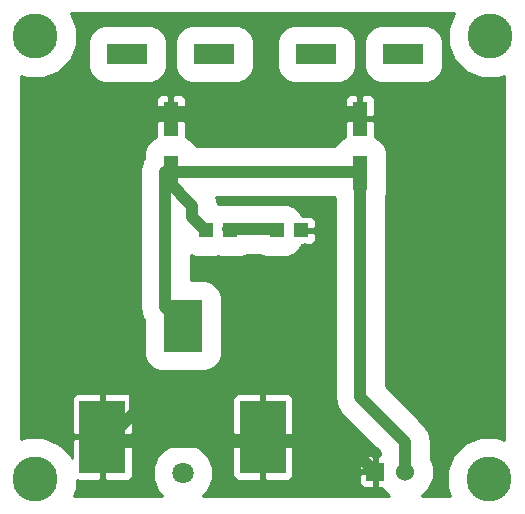
<source format=gtl>
G04 (created by PCBNEW-RS274X (2011-05-25)-stable) date Mon 06 Feb 2012 01:35:09 PM EST*
G01*
G70*
G90*
%MOIN*%
G04 Gerber Fmt 3.4, Leading zero omitted, Abs format*
%FSLAX34Y34*%
G04 APERTURE LIST*
%ADD10C,0.006000*%
%ADD11R,0.047200X0.047200*%
%ADD12R,0.060000X0.060000*%
%ADD13C,0.060000*%
%ADD14R,0.129900X0.173200*%
%ADD15R,0.153500X0.244100*%
%ADD16C,0.070900*%
%ADD17C,0.150000*%
%ADD18R,0.050000X0.115000*%
%ADD19R,0.135000X0.065000*%
%ADD20C,0.035000*%
%ADD21C,0.040000*%
%ADD22C,0.010000*%
G04 APERTURE END LIST*
G54D10*
G54D11*
X-10649Y09086D03*
X-09823Y09086D03*
X-08287Y09086D03*
X-07461Y09086D03*
G54D12*
X-05000Y01031D03*
G54D13*
X-04000Y01031D03*
G54D14*
X-11417Y05905D03*
G54D15*
X-14094Y02205D03*
X-08740Y02205D03*
G54D16*
X-11417Y00984D03*
G54D17*
X-16338Y15551D03*
X-01181Y15551D03*
X-01220Y00805D03*
X-16338Y00787D03*
G54D18*
X-05512Y12810D03*
X-05512Y11010D03*
G54D19*
X-06962Y14960D03*
X-04062Y14960D03*
G54D18*
X-11811Y12810D03*
X-11811Y11010D03*
G54D19*
X-13261Y14960D03*
X-10361Y14960D03*
G54D20*
X-14500Y11531D03*
X-14500Y10531D03*
X-14500Y09531D03*
X-03500Y08031D03*
X-03500Y09031D03*
X-03500Y10031D03*
G54D21*
X-08740Y02205D02*
X-08500Y02031D01*
X-08500Y02031D02*
X-06000Y02031D01*
X-06000Y02031D02*
X-05000Y01031D01*
X-11811Y12810D02*
X-12000Y13031D01*
X-12000Y13031D02*
X-12500Y13031D01*
X-12500Y13031D02*
X-13000Y12531D01*
X-13000Y12531D02*
X-12992Y09480D01*
X-12992Y09480D02*
X-13000Y08299D01*
X-13000Y08299D02*
X-13000Y03031D01*
X-13000Y03031D02*
X-14000Y02031D01*
X-14000Y02031D02*
X-14094Y02205D01*
X-08740Y02205D02*
X-08500Y02031D01*
X-11811Y12810D02*
X-12000Y13031D01*
X-12000Y13031D02*
X-05500Y13031D01*
X-05500Y13031D02*
X-05512Y12810D01*
X-14094Y02205D02*
X-14000Y02031D01*
X-14000Y02031D02*
X-08500Y02031D01*
X-08500Y02031D02*
X-08740Y02205D01*
X-10649Y09086D02*
X-10700Y09124D01*
X-11879Y11089D02*
X-11811Y11010D01*
X-11879Y10696D02*
X-11879Y11089D01*
X-11093Y09910D02*
X-11879Y10696D01*
X-11093Y09517D02*
X-11093Y09910D01*
X-10700Y09124D02*
X-11093Y09517D01*
X-05512Y11010D02*
X-05500Y11031D01*
X-05500Y11031D02*
X-05500Y03531D01*
X-05500Y03531D02*
X-04000Y02031D01*
X-04000Y02031D02*
X-04000Y01031D01*
X-05512Y11010D02*
X-05500Y11031D01*
X-11811Y11010D02*
X-12000Y11031D01*
X-12000Y11031D02*
X-05500Y11031D01*
X-05500Y11031D02*
X-05512Y11010D01*
X-11811Y11010D02*
X-12000Y11031D01*
X-12000Y11031D02*
X-12000Y06531D01*
X-12000Y06531D02*
X-11500Y06031D01*
X-11500Y06031D02*
X-11417Y05905D01*
X-09823Y09086D02*
X-09914Y09124D01*
X-09914Y09124D02*
X-08342Y09124D01*
X-08342Y09124D02*
X-08287Y09086D01*
G54D10*
G36*
X-00710Y02109D02*
X-00940Y02204D01*
X-01497Y02205D01*
X-02012Y01992D01*
X-02406Y01599D01*
X-02619Y01085D01*
X-02620Y00528D01*
X-02502Y00241D01*
X-02738Y00241D01*
X-02738Y14506D01*
X-02738Y14764D01*
X-02738Y15414D01*
X-02837Y15653D01*
X-03019Y15835D01*
X-03258Y15934D01*
X-03516Y15934D01*
X-04866Y15934D01*
X-05105Y15835D01*
X-05287Y15653D01*
X-05386Y15414D01*
X-05386Y15156D01*
X-05386Y14506D01*
X-05287Y14267D01*
X-05105Y14085D01*
X-04866Y13986D01*
X-04608Y13986D01*
X-03258Y13986D01*
X-03019Y14085D01*
X-02837Y14267D01*
X-02738Y14506D01*
X-02738Y00241D01*
X-03447Y00241D01*
X-03195Y00492D01*
X-03050Y00841D01*
X-03050Y01219D01*
X-03150Y01462D01*
X-03150Y02031D01*
X-03215Y02356D01*
X-03399Y02632D01*
X-04650Y03883D01*
X-04650Y10217D01*
X-04613Y10306D01*
X-04613Y10564D01*
X-04613Y11714D01*
X-04712Y11953D01*
X-04894Y12135D01*
X-05013Y12185D01*
X-05013Y12284D01*
X-05012Y12698D01*
X-05012Y12922D01*
X-05013Y13336D01*
X-05013Y13435D01*
X-05051Y13526D01*
X-05121Y13596D01*
X-05213Y13634D01*
X-05400Y13635D01*
X-05462Y13573D01*
X-05462Y12860D01*
X-05074Y12860D01*
X-05012Y12922D01*
X-05012Y12698D01*
X-05074Y12760D01*
X-05412Y12760D01*
X-05462Y12760D01*
X-05562Y12760D01*
X-05562Y12860D01*
X-05562Y13573D01*
X-05624Y13635D01*
X-05638Y13635D01*
X-05638Y14506D01*
X-05638Y14764D01*
X-05638Y15414D01*
X-05737Y15653D01*
X-05919Y15835D01*
X-06158Y15934D01*
X-06416Y15934D01*
X-07766Y15934D01*
X-08005Y15835D01*
X-08187Y15653D01*
X-08286Y15414D01*
X-08286Y15156D01*
X-08286Y14506D01*
X-08187Y14267D01*
X-08005Y14085D01*
X-07766Y13986D01*
X-07508Y13986D01*
X-06158Y13986D01*
X-05919Y14085D01*
X-05737Y14267D01*
X-05638Y14506D01*
X-05638Y13635D01*
X-05811Y13634D01*
X-05903Y13596D01*
X-05973Y13526D01*
X-06011Y13435D01*
X-06011Y13336D01*
X-06012Y12922D01*
X-05950Y12860D01*
X-05562Y12860D01*
X-05562Y12760D01*
X-05612Y12760D01*
X-05950Y12760D01*
X-06012Y12698D01*
X-06011Y12284D01*
X-06011Y12185D01*
X-06130Y12135D01*
X-06312Y11953D01*
X-06342Y11881D01*
X-09037Y11881D01*
X-09037Y14506D01*
X-09037Y14764D01*
X-09037Y15414D01*
X-09136Y15653D01*
X-09318Y15835D01*
X-09557Y15934D01*
X-09815Y15934D01*
X-11165Y15934D01*
X-11404Y15835D01*
X-11586Y15653D01*
X-11685Y15414D01*
X-11685Y15156D01*
X-11685Y14506D01*
X-11586Y14267D01*
X-11404Y14085D01*
X-11165Y13986D01*
X-10907Y13986D01*
X-09557Y13986D01*
X-09318Y14085D01*
X-09136Y14267D01*
X-09037Y14506D01*
X-09037Y11881D01*
X-10982Y11881D01*
X-11011Y11953D01*
X-11193Y12135D01*
X-11312Y12185D01*
X-11312Y12284D01*
X-11311Y12698D01*
X-11311Y12922D01*
X-11312Y13336D01*
X-11312Y13435D01*
X-11350Y13526D01*
X-11420Y13596D01*
X-11512Y13634D01*
X-11699Y13635D01*
X-11761Y13573D01*
X-11761Y12860D01*
X-11373Y12860D01*
X-11311Y12922D01*
X-11311Y12698D01*
X-11373Y12760D01*
X-11711Y12760D01*
X-11761Y12760D01*
X-11861Y12760D01*
X-11861Y12860D01*
X-11861Y13573D01*
X-11923Y13635D01*
X-11937Y13635D01*
X-11937Y14506D01*
X-11937Y14764D01*
X-11937Y15414D01*
X-12036Y15653D01*
X-12218Y15835D01*
X-12457Y15934D01*
X-12715Y15934D01*
X-14065Y15934D01*
X-14304Y15835D01*
X-14486Y15653D01*
X-14585Y15414D01*
X-14585Y15156D01*
X-14585Y14506D01*
X-14486Y14267D01*
X-14304Y14085D01*
X-14065Y13986D01*
X-13807Y13986D01*
X-12457Y13986D01*
X-12218Y14085D01*
X-12036Y14267D01*
X-11937Y14506D01*
X-11937Y13635D01*
X-12110Y13634D01*
X-12202Y13596D01*
X-12272Y13526D01*
X-12310Y13435D01*
X-12310Y13336D01*
X-12311Y12922D01*
X-12249Y12860D01*
X-11861Y12860D01*
X-11861Y12760D01*
X-11911Y12760D01*
X-12249Y12760D01*
X-12311Y12698D01*
X-12310Y12284D01*
X-12310Y12185D01*
X-12429Y12135D01*
X-12611Y11953D01*
X-12710Y11714D01*
X-12710Y11482D01*
X-12745Y11440D01*
X-12760Y11395D01*
X-12785Y11356D01*
X-12809Y11241D01*
X-12845Y11124D01*
X-12841Y11077D01*
X-12850Y11031D01*
X-12850Y06531D01*
X-12785Y06206D01*
X-12715Y06101D01*
X-12715Y04910D01*
X-12616Y04671D01*
X-12434Y04489D01*
X-12195Y04390D01*
X-11937Y04390D01*
X-10639Y04390D01*
X-10400Y04489D01*
X-10218Y04671D01*
X-10119Y04910D01*
X-10119Y05168D01*
X-10119Y06900D01*
X-10218Y07139D01*
X-10400Y07321D01*
X-10639Y07420D01*
X-10897Y07420D01*
X-11150Y07420D01*
X-11150Y08258D01*
X-11014Y08201D01*
X-10756Y08201D01*
X-10284Y08201D01*
X-10236Y08221D01*
X-10188Y08201D01*
X-09930Y08201D01*
X-09458Y08201D01*
X-09282Y08274D01*
X-08829Y08274D01*
X-08652Y08201D01*
X-08394Y08201D01*
X-07922Y08201D01*
X-07683Y08300D01*
X-07501Y08482D01*
X-07453Y08600D01*
X-07361Y08600D01*
X-07361Y08612D01*
X-07349Y08600D01*
X-07176Y08601D01*
X-07084Y08639D01*
X-07014Y08709D01*
X-06976Y08800D01*
X-06976Y08899D01*
X-06975Y08974D01*
X-07037Y09036D01*
X-07361Y09036D01*
X-07402Y09036D01*
X-07402Y09136D01*
X-07361Y09136D01*
X-07037Y09136D01*
X-06975Y09198D01*
X-06976Y09273D01*
X-06976Y09372D01*
X-07014Y09463D01*
X-07084Y09533D01*
X-07176Y09571D01*
X-07349Y09572D01*
X-07361Y09560D01*
X-07361Y09572D01*
X-07453Y09572D01*
X-07501Y09690D01*
X-07683Y09872D01*
X-07922Y09971D01*
X-08180Y09971D01*
X-08327Y09971D01*
X-08342Y09974D01*
X-09911Y09974D01*
X-09914Y09974D01*
X-09929Y09971D01*
X-10188Y09971D01*
X-10236Y09952D01*
X-10253Y09958D01*
X-10253Y09959D01*
X-10298Y10181D01*
X-06360Y10181D01*
X-06350Y10159D01*
X-06350Y03531D01*
X-06285Y03206D01*
X-06101Y02930D01*
X-04850Y01679D01*
X-04850Y01581D01*
X-04888Y01581D01*
X-04950Y01519D01*
X-04950Y01221D01*
X-04950Y01131D01*
X-04950Y01081D01*
X-04950Y00981D01*
X-04950Y00931D01*
X-04950Y00843D01*
X-04950Y00543D01*
X-04888Y00481D01*
X-04794Y00482D01*
X-04554Y00241D01*
X-05050Y00241D01*
X-05050Y00543D01*
X-05050Y00981D01*
X-05050Y01081D01*
X-05050Y01519D01*
X-05112Y01581D01*
X-05349Y01580D01*
X-05441Y01542D01*
X-05511Y01472D01*
X-05549Y01381D01*
X-05549Y01282D01*
X-05550Y01143D01*
X-05488Y01081D01*
X-05050Y01081D01*
X-05050Y00981D01*
X-05488Y00981D01*
X-05550Y00919D01*
X-05549Y00780D01*
X-05549Y00681D01*
X-05511Y00590D01*
X-05441Y00520D01*
X-05349Y00482D01*
X-05112Y00481D01*
X-05050Y00543D01*
X-05050Y00241D01*
X-07723Y00241D01*
X-07723Y02093D01*
X-07723Y02317D01*
X-07724Y03376D01*
X-07724Y03475D01*
X-07762Y03566D01*
X-07832Y03636D01*
X-07924Y03674D01*
X-08628Y03675D01*
X-08690Y03613D01*
X-08690Y02255D01*
X-07785Y02255D01*
X-07723Y02317D01*
X-07723Y02093D01*
X-07785Y02155D01*
X-08690Y02155D01*
X-08690Y00797D01*
X-08628Y00735D01*
X-07924Y00736D01*
X-07832Y00774D01*
X-07762Y00844D01*
X-07724Y00935D01*
X-07724Y01034D01*
X-07723Y02093D01*
X-07723Y00241D01*
X-08790Y00241D01*
X-08790Y00797D01*
X-08790Y02155D01*
X-08790Y02255D01*
X-08790Y03613D01*
X-08852Y03675D01*
X-09556Y03674D01*
X-09648Y03636D01*
X-09718Y03566D01*
X-09756Y03475D01*
X-09756Y03376D01*
X-09757Y02317D01*
X-09695Y02255D01*
X-08790Y02255D01*
X-08790Y02155D01*
X-09695Y02155D01*
X-09757Y02093D01*
X-09756Y01034D01*
X-09756Y00935D01*
X-09718Y00844D01*
X-09648Y00774D01*
X-09556Y00736D01*
X-08852Y00735D01*
X-08790Y00797D01*
X-08790Y00241D01*
X-10741Y00241D01*
X-10566Y00415D01*
X-10413Y00784D01*
X-10413Y01183D01*
X-10566Y01552D01*
X-10848Y01835D01*
X-11217Y01988D01*
X-11616Y01988D01*
X-11985Y01835D01*
X-12268Y01553D01*
X-12421Y01184D01*
X-12421Y00785D01*
X-12268Y00416D01*
X-12094Y00241D01*
X-13077Y00241D01*
X-13077Y02093D01*
X-13077Y02317D01*
X-13078Y03376D01*
X-13078Y03475D01*
X-13116Y03566D01*
X-13186Y03636D01*
X-13278Y03674D01*
X-13982Y03675D01*
X-14044Y03613D01*
X-14044Y02255D01*
X-13139Y02255D01*
X-13077Y02317D01*
X-13077Y02093D01*
X-13139Y02155D01*
X-14044Y02155D01*
X-14044Y00797D01*
X-13982Y00735D01*
X-13278Y00736D01*
X-13186Y00774D01*
X-13116Y00844D01*
X-13078Y00935D01*
X-13078Y01034D01*
X-13077Y02093D01*
X-13077Y00241D01*
X-15050Y00241D01*
X-14939Y00507D01*
X-14939Y00748D01*
X-14910Y00736D01*
X-14206Y00735D01*
X-14144Y00797D01*
X-14144Y02155D01*
X-14144Y02255D01*
X-14144Y03613D01*
X-14206Y03675D01*
X-14910Y03674D01*
X-15002Y03636D01*
X-15072Y03566D01*
X-15110Y03475D01*
X-15110Y03376D01*
X-15111Y02317D01*
X-15049Y02255D01*
X-14144Y02255D01*
X-14144Y02155D01*
X-15049Y02155D01*
X-15111Y02093D01*
X-15111Y01481D01*
X-15151Y01579D01*
X-15544Y01973D01*
X-16058Y02186D01*
X-16615Y02187D01*
X-16790Y02115D01*
X-16790Y14224D01*
X-16618Y14152D01*
X-16061Y14151D01*
X-15546Y14364D01*
X-15152Y14757D01*
X-14939Y15271D01*
X-14938Y15828D01*
X-15142Y16321D01*
X-02377Y16321D01*
X-02580Y15831D01*
X-02581Y15274D01*
X-02368Y14759D01*
X-01975Y14365D01*
X-01461Y14152D01*
X-00904Y14151D01*
X-00710Y14232D01*
X-00710Y02109D01*
X-00710Y02109D01*
G37*
G54D22*
X-00710Y02109D02*
X-00940Y02204D01*
X-01497Y02205D01*
X-02012Y01992D01*
X-02406Y01599D01*
X-02619Y01085D01*
X-02620Y00528D01*
X-02502Y00241D01*
X-02738Y00241D01*
X-02738Y14506D01*
X-02738Y14764D01*
X-02738Y15414D01*
X-02837Y15653D01*
X-03019Y15835D01*
X-03258Y15934D01*
X-03516Y15934D01*
X-04866Y15934D01*
X-05105Y15835D01*
X-05287Y15653D01*
X-05386Y15414D01*
X-05386Y15156D01*
X-05386Y14506D01*
X-05287Y14267D01*
X-05105Y14085D01*
X-04866Y13986D01*
X-04608Y13986D01*
X-03258Y13986D01*
X-03019Y14085D01*
X-02837Y14267D01*
X-02738Y14506D01*
X-02738Y00241D01*
X-03447Y00241D01*
X-03195Y00492D01*
X-03050Y00841D01*
X-03050Y01219D01*
X-03150Y01462D01*
X-03150Y02031D01*
X-03215Y02356D01*
X-03399Y02632D01*
X-04650Y03883D01*
X-04650Y10217D01*
X-04613Y10306D01*
X-04613Y10564D01*
X-04613Y11714D01*
X-04712Y11953D01*
X-04894Y12135D01*
X-05013Y12185D01*
X-05013Y12284D01*
X-05012Y12698D01*
X-05012Y12922D01*
X-05013Y13336D01*
X-05013Y13435D01*
X-05051Y13526D01*
X-05121Y13596D01*
X-05213Y13634D01*
X-05400Y13635D01*
X-05462Y13573D01*
X-05462Y12860D01*
X-05074Y12860D01*
X-05012Y12922D01*
X-05012Y12698D01*
X-05074Y12760D01*
X-05412Y12760D01*
X-05462Y12760D01*
X-05562Y12760D01*
X-05562Y12860D01*
X-05562Y13573D01*
X-05624Y13635D01*
X-05638Y13635D01*
X-05638Y14506D01*
X-05638Y14764D01*
X-05638Y15414D01*
X-05737Y15653D01*
X-05919Y15835D01*
X-06158Y15934D01*
X-06416Y15934D01*
X-07766Y15934D01*
X-08005Y15835D01*
X-08187Y15653D01*
X-08286Y15414D01*
X-08286Y15156D01*
X-08286Y14506D01*
X-08187Y14267D01*
X-08005Y14085D01*
X-07766Y13986D01*
X-07508Y13986D01*
X-06158Y13986D01*
X-05919Y14085D01*
X-05737Y14267D01*
X-05638Y14506D01*
X-05638Y13635D01*
X-05811Y13634D01*
X-05903Y13596D01*
X-05973Y13526D01*
X-06011Y13435D01*
X-06011Y13336D01*
X-06012Y12922D01*
X-05950Y12860D01*
X-05562Y12860D01*
X-05562Y12760D01*
X-05612Y12760D01*
X-05950Y12760D01*
X-06012Y12698D01*
X-06011Y12284D01*
X-06011Y12185D01*
X-06130Y12135D01*
X-06312Y11953D01*
X-06342Y11881D01*
X-09037Y11881D01*
X-09037Y14506D01*
X-09037Y14764D01*
X-09037Y15414D01*
X-09136Y15653D01*
X-09318Y15835D01*
X-09557Y15934D01*
X-09815Y15934D01*
X-11165Y15934D01*
X-11404Y15835D01*
X-11586Y15653D01*
X-11685Y15414D01*
X-11685Y15156D01*
X-11685Y14506D01*
X-11586Y14267D01*
X-11404Y14085D01*
X-11165Y13986D01*
X-10907Y13986D01*
X-09557Y13986D01*
X-09318Y14085D01*
X-09136Y14267D01*
X-09037Y14506D01*
X-09037Y11881D01*
X-10982Y11881D01*
X-11011Y11953D01*
X-11193Y12135D01*
X-11312Y12185D01*
X-11312Y12284D01*
X-11311Y12698D01*
X-11311Y12922D01*
X-11312Y13336D01*
X-11312Y13435D01*
X-11350Y13526D01*
X-11420Y13596D01*
X-11512Y13634D01*
X-11699Y13635D01*
X-11761Y13573D01*
X-11761Y12860D01*
X-11373Y12860D01*
X-11311Y12922D01*
X-11311Y12698D01*
X-11373Y12760D01*
X-11711Y12760D01*
X-11761Y12760D01*
X-11861Y12760D01*
X-11861Y12860D01*
X-11861Y13573D01*
X-11923Y13635D01*
X-11937Y13635D01*
X-11937Y14506D01*
X-11937Y14764D01*
X-11937Y15414D01*
X-12036Y15653D01*
X-12218Y15835D01*
X-12457Y15934D01*
X-12715Y15934D01*
X-14065Y15934D01*
X-14304Y15835D01*
X-14486Y15653D01*
X-14585Y15414D01*
X-14585Y15156D01*
X-14585Y14506D01*
X-14486Y14267D01*
X-14304Y14085D01*
X-14065Y13986D01*
X-13807Y13986D01*
X-12457Y13986D01*
X-12218Y14085D01*
X-12036Y14267D01*
X-11937Y14506D01*
X-11937Y13635D01*
X-12110Y13634D01*
X-12202Y13596D01*
X-12272Y13526D01*
X-12310Y13435D01*
X-12310Y13336D01*
X-12311Y12922D01*
X-12249Y12860D01*
X-11861Y12860D01*
X-11861Y12760D01*
X-11911Y12760D01*
X-12249Y12760D01*
X-12311Y12698D01*
X-12310Y12284D01*
X-12310Y12185D01*
X-12429Y12135D01*
X-12611Y11953D01*
X-12710Y11714D01*
X-12710Y11482D01*
X-12745Y11440D01*
X-12760Y11395D01*
X-12785Y11356D01*
X-12809Y11241D01*
X-12845Y11124D01*
X-12841Y11077D01*
X-12850Y11031D01*
X-12850Y06531D01*
X-12785Y06206D01*
X-12715Y06101D01*
X-12715Y04910D01*
X-12616Y04671D01*
X-12434Y04489D01*
X-12195Y04390D01*
X-11937Y04390D01*
X-10639Y04390D01*
X-10400Y04489D01*
X-10218Y04671D01*
X-10119Y04910D01*
X-10119Y05168D01*
X-10119Y06900D01*
X-10218Y07139D01*
X-10400Y07321D01*
X-10639Y07420D01*
X-10897Y07420D01*
X-11150Y07420D01*
X-11150Y08258D01*
X-11014Y08201D01*
X-10756Y08201D01*
X-10284Y08201D01*
X-10236Y08221D01*
X-10188Y08201D01*
X-09930Y08201D01*
X-09458Y08201D01*
X-09282Y08274D01*
X-08829Y08274D01*
X-08652Y08201D01*
X-08394Y08201D01*
X-07922Y08201D01*
X-07683Y08300D01*
X-07501Y08482D01*
X-07453Y08600D01*
X-07361Y08600D01*
X-07361Y08612D01*
X-07349Y08600D01*
X-07176Y08601D01*
X-07084Y08639D01*
X-07014Y08709D01*
X-06976Y08800D01*
X-06976Y08899D01*
X-06975Y08974D01*
X-07037Y09036D01*
X-07361Y09036D01*
X-07402Y09036D01*
X-07402Y09136D01*
X-07361Y09136D01*
X-07037Y09136D01*
X-06975Y09198D01*
X-06976Y09273D01*
X-06976Y09372D01*
X-07014Y09463D01*
X-07084Y09533D01*
X-07176Y09571D01*
X-07349Y09572D01*
X-07361Y09560D01*
X-07361Y09572D01*
X-07453Y09572D01*
X-07501Y09690D01*
X-07683Y09872D01*
X-07922Y09971D01*
X-08180Y09971D01*
X-08327Y09971D01*
X-08342Y09974D01*
X-09911Y09974D01*
X-09914Y09974D01*
X-09929Y09971D01*
X-10188Y09971D01*
X-10236Y09952D01*
X-10253Y09958D01*
X-10253Y09959D01*
X-10298Y10181D01*
X-06360Y10181D01*
X-06350Y10159D01*
X-06350Y03531D01*
X-06285Y03206D01*
X-06101Y02930D01*
X-04850Y01679D01*
X-04850Y01581D01*
X-04888Y01581D01*
X-04950Y01519D01*
X-04950Y01221D01*
X-04950Y01131D01*
X-04950Y01081D01*
X-04950Y00981D01*
X-04950Y00931D01*
X-04950Y00843D01*
X-04950Y00543D01*
X-04888Y00481D01*
X-04794Y00482D01*
X-04554Y00241D01*
X-05050Y00241D01*
X-05050Y00543D01*
X-05050Y00981D01*
X-05050Y01081D01*
X-05050Y01519D01*
X-05112Y01581D01*
X-05349Y01580D01*
X-05441Y01542D01*
X-05511Y01472D01*
X-05549Y01381D01*
X-05549Y01282D01*
X-05550Y01143D01*
X-05488Y01081D01*
X-05050Y01081D01*
X-05050Y00981D01*
X-05488Y00981D01*
X-05550Y00919D01*
X-05549Y00780D01*
X-05549Y00681D01*
X-05511Y00590D01*
X-05441Y00520D01*
X-05349Y00482D01*
X-05112Y00481D01*
X-05050Y00543D01*
X-05050Y00241D01*
X-07723Y00241D01*
X-07723Y02093D01*
X-07723Y02317D01*
X-07724Y03376D01*
X-07724Y03475D01*
X-07762Y03566D01*
X-07832Y03636D01*
X-07924Y03674D01*
X-08628Y03675D01*
X-08690Y03613D01*
X-08690Y02255D01*
X-07785Y02255D01*
X-07723Y02317D01*
X-07723Y02093D01*
X-07785Y02155D01*
X-08690Y02155D01*
X-08690Y00797D01*
X-08628Y00735D01*
X-07924Y00736D01*
X-07832Y00774D01*
X-07762Y00844D01*
X-07724Y00935D01*
X-07724Y01034D01*
X-07723Y02093D01*
X-07723Y00241D01*
X-08790Y00241D01*
X-08790Y00797D01*
X-08790Y02155D01*
X-08790Y02255D01*
X-08790Y03613D01*
X-08852Y03675D01*
X-09556Y03674D01*
X-09648Y03636D01*
X-09718Y03566D01*
X-09756Y03475D01*
X-09756Y03376D01*
X-09757Y02317D01*
X-09695Y02255D01*
X-08790Y02255D01*
X-08790Y02155D01*
X-09695Y02155D01*
X-09757Y02093D01*
X-09756Y01034D01*
X-09756Y00935D01*
X-09718Y00844D01*
X-09648Y00774D01*
X-09556Y00736D01*
X-08852Y00735D01*
X-08790Y00797D01*
X-08790Y00241D01*
X-10741Y00241D01*
X-10566Y00415D01*
X-10413Y00784D01*
X-10413Y01183D01*
X-10566Y01552D01*
X-10848Y01835D01*
X-11217Y01988D01*
X-11616Y01988D01*
X-11985Y01835D01*
X-12268Y01553D01*
X-12421Y01184D01*
X-12421Y00785D01*
X-12268Y00416D01*
X-12094Y00241D01*
X-13077Y00241D01*
X-13077Y02093D01*
X-13077Y02317D01*
X-13078Y03376D01*
X-13078Y03475D01*
X-13116Y03566D01*
X-13186Y03636D01*
X-13278Y03674D01*
X-13982Y03675D01*
X-14044Y03613D01*
X-14044Y02255D01*
X-13139Y02255D01*
X-13077Y02317D01*
X-13077Y02093D01*
X-13139Y02155D01*
X-14044Y02155D01*
X-14044Y00797D01*
X-13982Y00735D01*
X-13278Y00736D01*
X-13186Y00774D01*
X-13116Y00844D01*
X-13078Y00935D01*
X-13078Y01034D01*
X-13077Y02093D01*
X-13077Y00241D01*
X-15050Y00241D01*
X-14939Y00507D01*
X-14939Y00748D01*
X-14910Y00736D01*
X-14206Y00735D01*
X-14144Y00797D01*
X-14144Y02155D01*
X-14144Y02255D01*
X-14144Y03613D01*
X-14206Y03675D01*
X-14910Y03674D01*
X-15002Y03636D01*
X-15072Y03566D01*
X-15110Y03475D01*
X-15110Y03376D01*
X-15111Y02317D01*
X-15049Y02255D01*
X-14144Y02255D01*
X-14144Y02155D01*
X-15049Y02155D01*
X-15111Y02093D01*
X-15111Y01481D01*
X-15151Y01579D01*
X-15544Y01973D01*
X-16058Y02186D01*
X-16615Y02187D01*
X-16790Y02115D01*
X-16790Y14224D01*
X-16618Y14152D01*
X-16061Y14151D01*
X-15546Y14364D01*
X-15152Y14757D01*
X-14939Y15271D01*
X-14938Y15828D01*
X-15142Y16321D01*
X-02377Y16321D01*
X-02580Y15831D01*
X-02581Y15274D01*
X-02368Y14759D01*
X-01975Y14365D01*
X-01461Y14152D01*
X-00904Y14151D01*
X-00710Y14232D01*
X-00710Y02109D01*
M02*

</source>
